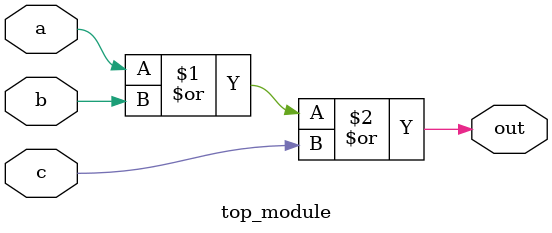
<source format=v>
module top_module (
  input a,
  input b,
  input c,
  output out
);

  assign out = (a | b | c);

endmodule

</source>
